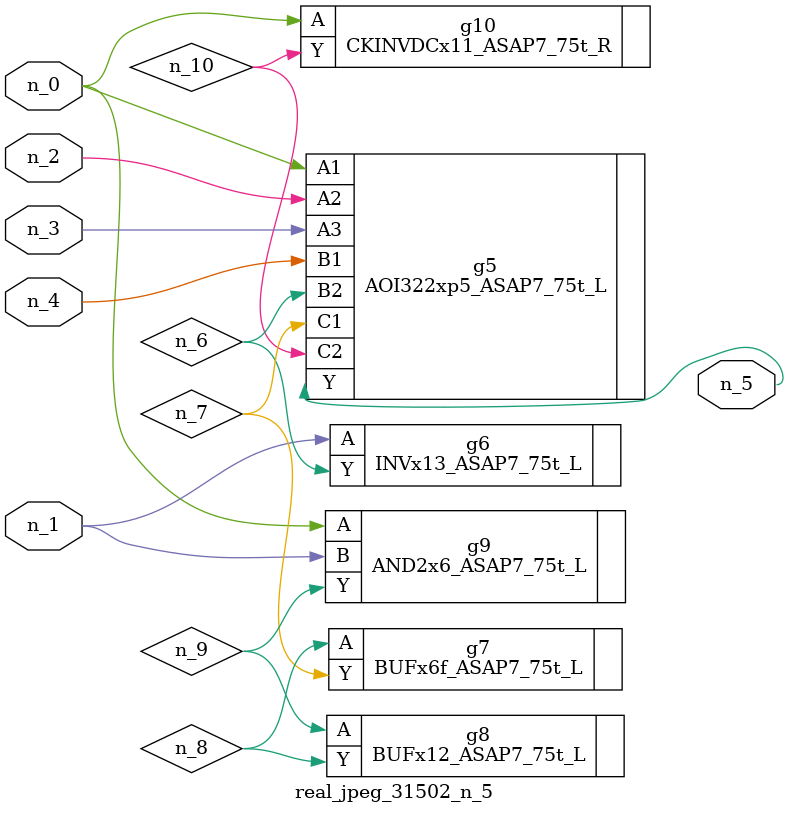
<source format=v>
module real_jpeg_31502_n_5 (n_4, n_0, n_1, n_2, n_3, n_5);

input n_4;
input n_0;
input n_1;
input n_2;
input n_3;

output n_5;

wire n_8;
wire n_6;
wire n_7;
wire n_10;
wire n_9;

AOI322xp5_ASAP7_75t_L g5 ( 
.A1(n_0),
.A2(n_2),
.A3(n_3),
.B1(n_4),
.B2(n_6),
.C1(n_7),
.C2(n_10),
.Y(n_5)
);

AND2x6_ASAP7_75t_L g9 ( 
.A(n_0),
.B(n_1),
.Y(n_9)
);

CKINVDCx11_ASAP7_75t_R g10 ( 
.A(n_0),
.Y(n_10)
);

INVx13_ASAP7_75t_L g6 ( 
.A(n_1),
.Y(n_6)
);

BUFx6f_ASAP7_75t_L g7 ( 
.A(n_8),
.Y(n_7)
);

BUFx12_ASAP7_75t_L g8 ( 
.A(n_9),
.Y(n_8)
);


endmodule
</source>
